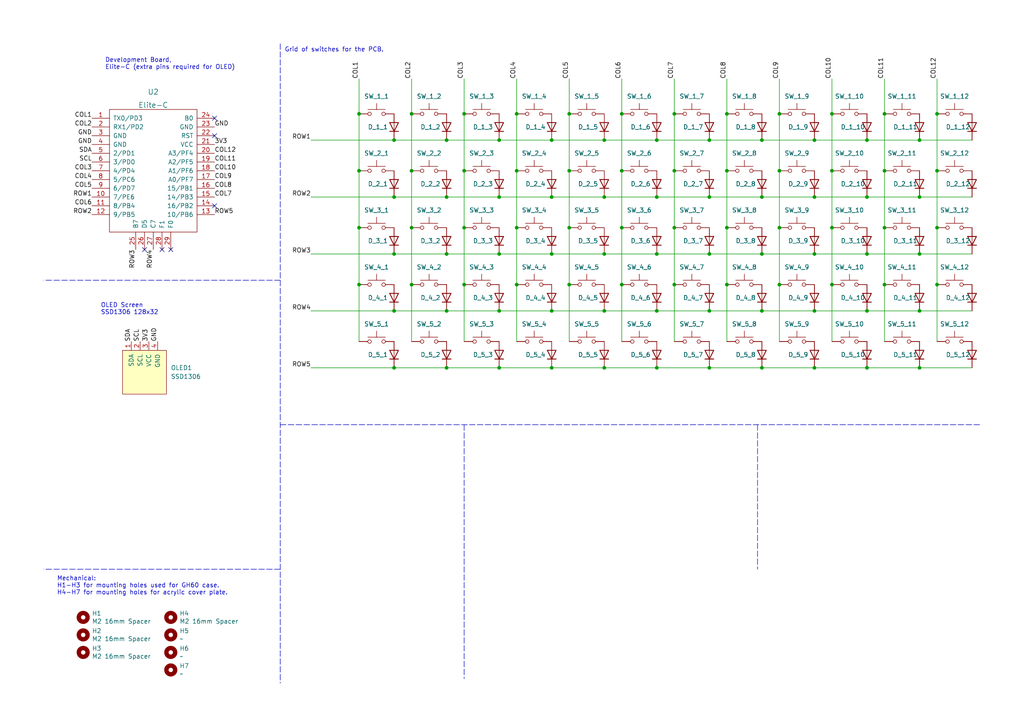
<source format=kicad_sch>
(kicad_sch (version 20211123) (generator eeschema)
  (paper "A4")
  (title_block (title "T-1: Lumberelite") (date "2022-02-27") (rev "2022.2") (company "Tony Jeffree (github.com/tjeffree)") (comment 1 "Feature: 1x Elite-C 1x OLED") (comment 2 "Keyboard PCB; 12x5 matrix."))
  (lib_symbols
    (symbol "Device:D" (pin_numbers hide) (pin_names (offset 1.016) hide)
      (property "Reference" "D" (at 0 2.54 0))
      (property "Value" "D" (at 0 -2.54 0))
      (symbol "D_0_1"
        (polyline (pts (xy -1.27 1.27) (xy -1.27 -1.27)) (stroke (width 0.254)))
        (polyline (pts (xy 1.27 0) (xy -1.27 0)))
        (polyline (pts (xy 1.27 1.27) (xy 1.27 -1.27) (xy -1.27 0) (xy 1.27 1.27)) (stroke (width 0.254)))
      )
      (symbol "D_1_1"
        (pin passive line (at -3.81 0 0) (length 2.54) (name "K") (number "1"))
        (pin passive line (at 3.81 0 180) (length 2.54) (name "A") (number "2"))
      )
    )
    (symbol "Mechanical:MountingHole" (pin_names (offset 1.016))
      (property "Reference" "H" (at 0 5.08 0))
      (property "Value" "MountingHole" (at 0 3.175 0))
      (symbol "MountingHole_0_1"
        (circle (center 0 0) (radius 1.27) (stroke (width 1.27)))
      )
    )
    (symbol "Switch:SW_Push" (pin_numbers hide) (pin_names (offset 1.016) hide)
      (property "Reference" "SW" (at 1.27 2.54 0))
      (property "Value" "SW_Push" (at 0 -1.524 0))
      (symbol "SW_Push_0_1"
        (circle (center -2.032 0) (radius 0.508))
        (polyline (pts (xy 0 1.27) (xy 0 3.048)))
        (polyline (pts (xy 2.54 1.27) (xy -2.54 1.27)))
        (circle (center 2.032 0) (radius 0.508))
        (pin passive line (at -5.08 0 0) (length 2.54) (name "1") (number "1"))
        (pin passive line (at 5.08 0 180) (length 2.54) (name "2") (number "2"))
      )
    )
    (symbol "keebio:Elite-C" (pin_names (offset 1.016))
      (property "Reference" "U" (at 0 0 0))
      (property "Value" "Elite-C" (at 0 2.54 0))
      (symbol "Elite-C_0_1"
        (rectangle (start 12.7 -19.05) (end -12.7 16.51))
      )
      (symbol "Elite-C_1_1"
        (pin input line (at -17.78 13.97 0) (length 5.08) (name "TX0/PD3") (number "1"))
        (pin input line (at -17.78 -8.89 0) (length 5.08) (name "7/PE6") (number "10"))
        (pin input line (at -17.78 -11.43 0) (length 5.08) (name "8/PB4") (number "11"))
        (pin input line (at -17.78 -13.97 0) (length 5.08) (name "9/PB5") (number "12"))
        (pin input line (at 17.78 -13.97 180) (length 5.08) (name "10/PB6") (number "13"))
        (pin input line (at 17.78 -11.43 180) (length 5.08) (name "16/PB2") (number "14"))
        (pin input line (at 17.78 -8.89 180) (length 5.08) (name "14/PB3") (number "15"))
        (pin input line (at 17.78 -6.35 180) (length 5.08) (name "15/PB1") (number "16"))
        (pin input line (at 17.78 -3.81 180) (length 5.08) (name "A0/PF7") (number "17"))
        (pin input line (at 17.78 -1.27 180) (length 5.08) (name "A1/PF6") (number "18"))
        (pin input line (at 17.78 1.27 180) (length 5.08) (name "A2/PF5") (number "19"))
        (pin input line (at -17.78 11.43 0) (length 5.08) (name "RX1/PD2") (number "2"))
        (pin input line (at 17.78 3.81 180) (length 5.08) (name "A3/PF4") (number "20"))
        (pin input line (at 17.78 6.35 180) (length 5.08) (name "VCC") (number "21"))
        (pin input line (at 17.78 8.89 180) (length 5.08) (name "RST") (number "22"))
        (pin input line (at 17.78 11.43 180) (length 5.08) (name "GND") (number "23"))
        (pin input line (at 17.78 13.97 180) (length 5.08) (name "B0") (number "24"))
        (pin input line (at -5.08 -24.13 90) (length 5.08) (name "B7") (number "25"))
        (pin input line (at -2.54 -24.13 90) (length 5.08) (name "D5") (number "26"))
        (pin input line (at 0 -24.13 90) (length 5.08) (name "C7") (number "27"))
        (pin input line (at 2.54 -24.13 90) (length 5.08) (name "F1") (number "28"))
        (pin input line (at 5.08 -24.13 90) (length 5.08) (name "F0") (number "29"))
        (pin input line (at -17.78 8.89 0) (length 5.08) (name "GND") (number "3"))
        (pin input line (at -17.78 6.35 0) (length 5.08) (name "GND") (number "4"))
        (pin input line (at -17.78 3.81 0) (length 5.08) (name "2/PD1") (number "5"))
        (pin input line (at -17.78 1.27 0) (length 5.08) (name "3/PD0") (number "6"))
        (pin input line (at -17.78 -1.27 0) (length 5.08) (name "4/PD4") (number "7"))
        (pin input line (at -17.78 -3.81 0) (length 5.08) (name "5/PC6") (number "8"))
        (pin input line (at -17.78 -6.35 0) (length 5.08) (name "6/PD7") (number "9"))
      )
    )
    (symbol "ssd1306:SSD1306" (pin_names (offset 1.016))
      (property "Reference" "OLED1" (at 7.62 1.2701 0))
      (property "Value" "SSD1306" (at 7.62 -1.2699 0))
      (symbol "SSD1306_0_1"
        (rectangle (start -6.35 6.35) (end 6.35 -6.35) (fill (type background)))
      )
      (symbol "SSD1306_1_1"
        (pin input line (at -3.81 8.89 270) (length 2.54) (name "SDA") (number "1"))
        (pin input line (at -1.27 8.89 270) (length 2.54) (name "SCL") (number "2"))
        (pin input line (at 1.27 8.89 270) (length 2.54) (name "VCC") (number "3"))
        (pin input line (at 3.81 8.89 270) (length 2.54) (name "GND") (number "4"))
      )
    )
  )
  (junction (at 129.54 90.17))
  (junction (at 175.26 73.66))
  (junction (at 220.98 57.15))
  (junction (at 149.86 82.55))
  (junction (at 251.46 106.68))
  (junction (at 210.82 82.55))
  (junction (at 104.14 66.04))
  (junction (at 160.02 106.68))
  (junction (at 226.06 33.02))
  (junction (at 266.7 106.68))
  (junction (at 114.3 73.66))
  (junction (at 195.58 82.55))
  (junction (at 165.1 49.53))
  (junction (at 190.5 57.15))
  (junction (at 144.78 57.15))
  (junction (at 114.3 57.15))
  (junction (at 134.62 49.53))
  (junction (at 129.54 40.64))
  (junction (at 271.78 49.53))
  (junction (at 160.02 57.15))
  (junction (at 114.3 40.64))
  (junction (at 266.7 40.64))
  (junction (at 195.58 33.02))
  (junction (at 226.06 66.04))
  (junction (at 144.78 106.68))
  (junction (at 210.82 49.53))
  (junction (at 180.34 66.04))
  (junction (at 134.62 82.55))
  (junction (at 236.22 106.68))
  (junction (at 220.98 106.68))
  (junction (at 256.54 49.53))
  (junction (at 190.5 90.17))
  (junction (at 144.78 90.17))
  (junction (at 220.98 73.66))
  (junction (at 104.14 33.02))
  (junction (at 271.78 33.02))
  (junction (at 251.46 90.17))
  (junction (at 114.3 90.17))
  (junction (at 144.78 73.66))
  (junction (at 175.26 40.64))
  (junction (at 241.3 49.53))
  (junction (at 266.7 73.66))
  (junction (at 271.78 66.04))
  (junction (at 236.22 73.66))
  (junction (at 190.5 40.64))
  (junction (at 251.46 40.64))
  (junction (at 114.3 106.68))
  (junction (at 205.74 57.15))
  (junction (at 104.14 49.53))
  (junction (at 134.62 33.02))
  (junction (at 149.86 49.53))
  (junction (at 129.54 57.15))
  (junction (at 149.86 66.04))
  (junction (at 226.06 82.55))
  (junction (at 195.58 66.04))
  (junction (at 256.54 33.02))
  (junction (at 195.58 49.53))
  (junction (at 129.54 106.68))
  (junction (at 129.54 73.66))
  (junction (at 160.02 73.66))
  (junction (at 160.02 40.64))
  (junction (at 205.74 106.68))
  (junction (at 104.14 82.55))
  (junction (at 205.74 73.66))
  (junction (at 119.38 33.02))
  (junction (at 165.1 66.04))
  (junction (at 175.26 106.68))
  (junction (at 160.02 90.17))
  (junction (at 241.3 82.55))
  (junction (at 149.86 33.02))
  (junction (at 165.1 82.55))
  (junction (at 205.74 90.17))
  (junction (at 180.34 82.55))
  (junction (at 165.1 33.02))
  (junction (at 266.7 90.17))
  (junction (at 210.82 33.02))
  (junction (at 236.22 57.15))
  (junction (at 226.06 49.53))
  (junction (at 251.46 57.15))
  (junction (at 175.26 90.17))
  (junction (at 220.98 40.64))
  (junction (at 175.26 57.15))
  (junction (at 236.22 90.17))
  (junction (at 180.34 49.53))
  (junction (at 256.54 82.55))
  (junction (at 119.38 66.04))
  (junction (at 266.7 57.15))
  (junction (at 271.78 82.55))
  (junction (at 180.34 33.02))
  (junction (at 119.38 82.55))
  (junction (at 134.62 66.04))
  (junction (at 236.22 40.64))
  (junction (at 205.74 40.64))
  (junction (at 256.54 66.04))
  (junction (at 220.98 90.17))
  (junction (at 241.3 66.04))
  (junction (at 241.3 33.02))
  (junction (at 144.78 40.64))
  (junction (at 210.82 66.04))
  (junction (at 190.5 73.66))
  (junction (at 119.38 49.53))
  (junction (at 190.5 106.68))
  (junction (at 251.46 73.66))
  (no_connect (at 62.23 39.37))
  (no_connect (at 62.23 34.29))
  (no_connect (at 62.23 59.69))
  (no_connect (at 41.91 72.39))
  (no_connect (at 49.53 72.39))
  (no_connect (at 46.99 72.39))
  (wire (pts (xy 180.34 66.04) (xy 180.34 82.55)))
  (wire (pts (xy 266.7 57.15) (xy 281.94 57.15)))
  (wire (pts (xy 195.58 66.04) (xy 195.58 82.55)))
  (polyline (pts (xy 81.28 12.7) (xy 81.28 198.12)))
  (wire (pts (xy 160.02 106.68) (xy 144.78 106.68)))
  (wire (pts (xy 251.46 57.15) (xy 266.7 57.15)))
  (wire (pts (xy 104.14 82.55) (xy 104.14 99.06)))
  (wire (pts (xy 165.1 82.55) (xy 165.1 99.06)))
  (wire (pts (xy 175.26 106.68) (xy 190.5 106.68)))
  (wire (pts (xy 119.38 66.04) (xy 119.38 82.55)))
  (wire (pts (xy 281.94 106.68) (xy 266.7 106.68)))
  (wire (pts (xy 160.02 40.64) (xy 175.26 40.64)))
  (wire (pts (xy 241.3 66.04) (xy 241.3 82.55)))
  (wire (pts (xy 129.54 73.66) (xy 144.78 73.66)))
  (wire (pts (xy 180.34 49.53) (xy 180.34 66.04)))
  (wire (pts (xy 205.74 73.66) (xy 220.98 73.66)))
  (wire (pts (xy 241.3 22.86) (xy 241.3 33.02)))
  (wire (pts (xy 226.06 22.86) (xy 226.06 33.02)))
  (wire (pts (xy 256.54 82.55) (xy 256.54 99.06)))
  (wire (pts (xy 220.98 73.66) (xy 236.22 73.66)))
  (wire (pts (xy 251.46 73.66) (xy 236.22 73.66)))
  (wire (pts (xy 195.58 33.02) (xy 195.58 49.53)))
  (wire (pts (xy 149.86 82.55) (xy 149.86 99.06)))
  (wire (pts (xy 236.22 90.17) (xy 220.98 90.17)))
  (polyline (pts (xy 219.71 123.19) (xy 219.71 165.1)))
  (wire (pts (xy 104.14 33.02) (xy 104.14 49.53)))
  (wire (pts (xy 134.62 22.86) (xy 134.62 33.02)))
  (polyline (pts (xy 81.28 81.28) (xy 12.7 81.28)))
  (wire (pts (xy 160.02 73.66) (xy 175.26 73.66)))
  (wire (pts (xy 195.58 22.86) (xy 195.58 33.02)))
  (wire (pts (xy 104.14 49.53) (xy 104.14 66.04)))
  (wire (pts (xy 210.82 82.55) (xy 210.82 99.06)))
  (wire (pts (xy 144.78 106.68) (xy 129.54 106.68)))
  (wire (pts (xy 114.3 73.66) (xy 90.17 73.66)))
  (wire (pts (xy 144.78 73.66) (xy 160.02 73.66)))
  (wire (pts (xy 256.54 22.86) (xy 256.54 33.02)))
  (wire (pts (xy 119.38 33.02) (xy 119.38 49.53)))
  (wire (pts (xy 241.3 49.53) (xy 241.3 66.04)))
  (wire (pts (xy 144.78 90.17) (xy 129.54 90.17)))
  (wire (pts (xy 149.86 66.04) (xy 149.86 82.55)))
  (wire (pts (xy 271.78 66.04) (xy 271.78 82.55)))
  (wire (pts (xy 149.86 22.86) (xy 149.86 33.02)))
  (wire (pts (xy 210.82 66.04) (xy 210.82 82.55)))
  (wire (pts (xy 266.7 90.17) (xy 251.46 90.17)))
  (wire (pts (xy 165.1 22.86) (xy 165.1 33.02)))
  (wire (pts (xy 210.82 22.86) (xy 210.82 33.02)))
  (wire (pts (xy 236.22 40.64) (xy 251.46 40.64)))
  (wire (pts (xy 236.22 57.15) (xy 251.46 57.15)))
  (wire (pts (xy 271.78 22.86) (xy 271.78 33.02)))
  (wire (pts (xy 175.26 57.15) (xy 160.02 57.15)))
  (wire (pts (xy 129.54 40.64) (xy 144.78 40.64)))
  (wire (pts (xy 195.58 49.53) (xy 195.58 66.04)))
  (wire (pts (xy 190.5 40.64) (xy 175.26 40.64)))
  (wire (pts (xy 165.1 33.02) (xy 165.1 49.53)))
  (wire (pts (xy 256.54 49.53) (xy 256.54 66.04)))
  (wire (pts (xy 114.3 57.15) (xy 129.54 57.15)))
  (wire (pts (xy 114.3 73.66) (xy 129.54 73.66)))
  (wire (pts (xy 165.1 49.53) (xy 165.1 66.04)))
  (wire (pts (xy 160.02 90.17) (xy 144.78 90.17)))
  (wire (pts (xy 114.3 57.15) (xy 90.17 57.15)))
  (wire (pts (xy 175.26 106.68) (xy 160.02 106.68)))
  (wire (pts (xy 104.14 22.86) (xy 104.14 33.02)))
  (wire (pts (xy 114.3 90.17) (xy 90.17 90.17)))
  (wire (pts (xy 175.26 57.15) (xy 190.5 57.15)))
  (wire (pts (xy 149.86 33.02) (xy 149.86 49.53)))
  (wire (pts (xy 129.54 90.17) (xy 114.3 90.17)))
  (wire (pts (xy 134.62 82.55) (xy 134.62 99.06)))
  (wire (pts (xy 220.98 57.15) (xy 236.22 57.15)))
  (wire (pts (xy 205.74 90.17) (xy 190.5 90.17)))
  (wire (pts (xy 190.5 90.17) (xy 175.26 90.17)))
  (wire (pts (xy 114.3 106.68) (xy 90.17 106.68)))
  (wire (pts (xy 271.78 49.53) (xy 271.78 66.04)))
  (wire (pts (xy 241.3 33.02) (xy 241.3 49.53)))
  (wire (pts (xy 149.86 49.53) (xy 149.86 66.04)))
  (wire (pts (xy 210.82 33.02) (xy 210.82 49.53)))
  (wire (pts (xy 256.54 66.04) (xy 256.54 82.55)))
  (wire (pts (xy 114.3 40.64) (xy 90.17 40.64)))
  (wire (pts (xy 251.46 90.17) (xy 236.22 90.17)))
  (polyline (pts (xy 81.28 123.19) (xy 284.48 123.19)))
  (wire (pts (xy 190.5 73.66) (xy 205.74 73.66)))
  (wire (pts (xy 134.62 33.02) (xy 134.62 49.53)))
  (wire (pts (xy 119.38 22.86) (xy 119.38 33.02)))
  (wire (pts (xy 220.98 106.68) (xy 205.74 106.68)))
  (wire (pts (xy 190.5 57.15) (xy 205.74 57.15)))
  (wire (pts (xy 144.78 40.64) (xy 160.02 40.64)))
  (wire (pts (xy 104.14 66.04) (xy 104.14 82.55)))
  (wire (pts (xy 175.26 73.66) (xy 190.5 73.66)))
  (wire (pts (xy 144.78 57.15) (xy 160.02 57.15)))
  (wire (pts (xy 210.82 49.53) (xy 210.82 66.04)))
  (wire (pts (xy 271.78 33.02) (xy 271.78 49.53)))
  (wire (pts (xy 281.94 90.17) (xy 266.7 90.17)))
  (wire (pts (xy 251.46 106.68) (xy 236.22 106.68)))
  (wire (pts (xy 119.38 49.53) (xy 119.38 66.04)))
  (wire (pts (xy 134.62 66.04) (xy 134.62 82.55)))
  (wire (pts (xy 205.74 40.64) (xy 220.98 40.64)))
  (wire (pts (xy 226.06 49.53) (xy 226.06 66.04)))
  (wire (pts (xy 195.58 82.55) (xy 195.58 99.06)))
  (wire (pts (xy 220.98 90.17) (xy 205.74 90.17)))
  (wire (pts (xy 220.98 40.64) (xy 236.22 40.64)))
  (wire (pts (xy 226.06 82.55) (xy 226.06 99.06)))
  (wire (pts (xy 251.46 73.66) (xy 266.7 73.66)))
  (wire (pts (xy 281.94 73.66) (xy 266.7 73.66)))
  (wire (pts (xy 226.06 66.04) (xy 226.06 82.55)))
  (wire (pts (xy 205.74 106.68) (xy 190.5 106.68)))
  (wire (pts (xy 256.54 33.02) (xy 256.54 49.53)))
  (polyline (pts (xy 81.28 165.1) (xy 12.7 165.1)))
  (wire (pts (xy 114.3 40.64) (xy 129.54 40.64)))
  (wire (pts (xy 180.34 33.02) (xy 180.34 49.53)))
  (wire (pts (xy 241.3 82.55) (xy 241.3 99.06)))
  (polyline (pts (xy 134.62 123.19) (xy 134.62 196.85)))
  (wire (pts (xy 266.7 40.64) (xy 281.94 40.64)))
  (wire (pts (xy 271.78 82.55) (xy 271.78 99.06)))
  (wire (pts (xy 129.54 57.15) (xy 144.78 57.15)))
  (wire (pts (xy 180.34 82.55) (xy 180.34 99.06)))
  (wire (pts (xy 226.06 33.02) (xy 226.06 49.53)))
  (wire (pts (xy 165.1 66.04) (xy 165.1 82.55)))
  (wire (pts (xy 266.7 106.68) (xy 251.46 106.68)))
  (wire (pts (xy 119.38 82.55) (xy 119.38 99.06)))
  (wire (pts (xy 175.26 90.17) (xy 160.02 90.17)))
  (wire (pts (xy 180.34 22.86) (xy 180.34 33.02)))
  (wire (pts (xy 251.46 40.64) (xy 266.7 40.64)))
  (wire (pts (xy 190.5 40.64) (xy 205.74 40.64)))
  (wire (pts (xy 129.54 106.68) (xy 114.3 106.68)))
  (wire (pts (xy 205.74 57.15) (xy 220.98 57.15)))
  (wire (pts (xy 236.22 106.68) (xy 220.98 106.68)))
  (wire (pts (xy 134.62 49.53) (xy 134.62 66.04)))
  (text "Grid of switches for the PCB." (at 82.55 15.24 0) (effects (font (size 1.27 1.27)) (justify left bottom)))
  (text "OLED Screen\nSSD1306 128x32" (at 29.21 91.44 0) (effects (font (size 1.27 1.27)) (justify left bottom)))
  (text "Development Board,\nElite-C (extra pins required for OLED)" (at 30.48 20.32 0) (effects (font (size 1.27 1.27)) (justify left bottom)))
  (text "Mechanical:\nH1-H3 for mounting holes used for GH60 case.\nH4-H7 for mounting holes for acrylic cover plate." (at 16.51 172.72 0) (effects (font (size 1.27 1.27)) (justify left bottom)))
  (label "COL11" (at 62.23 46.99 0))
  (label "SCL" (at 40.64 99.06 90))
  (label "COL10" (at 62.23 49.53 0))
  (label "COL12" (at 62.23 44.45 0))
  (label "COL9" (at 226.06 22.86 90))
  (label "COL3" (at 26.67 49.53 180))
  (label "ROW3" (at 39.37 72.39 270))
  (label "COL6" (at 26.67 59.69 180))
  (label "GND" (at 26.67 41.91 180))
  (label "COL9" (at 62.23 52.07 0))
  (label "COL2" (at 26.67 36.83 180))
  (label "COL1" (at 104.14 22.86 90))
  (label "3V3" (at 43.18 99.06 90))
  (label "COL10" (at 241.3 22.86 90))
  (label "COL6" (at 180.34 22.86 90))
  (label "SCL" (at 26.67 46.99 180))
  (label "ROW4" (at 44.45 72.39 270))
  (label "SDA" (at 26.67 44.45 180))
  (label "ROW1" (at 26.67 57.15 180))
  (label "GND" (at 26.67 39.37 180))
  (label "GND" (at 45.72 99.06 90))
  (label "COL7" (at 195.58 22.86 90))
  (label "ROW1" (at 90.17 40.64 180))
  (label "GND" (at 62.23 36.83 0))
  (label "ROW5" (at 62.23 62.23 0))
  (label "COL12" (at 271.78 22.86 90))
  (label "COL8" (at 62.23 54.61 0))
  (label "3V3" (at 62.23 41.91 0))
  (label "COL3" (at 134.62 22.86 90))
  (label "ROW4" (at 90.17 90.17 180))
  (label "COL4" (at 26.67 52.07 180))
  (label "COL1" (at 26.67 34.29 180))
  (label "COL2" (at 119.38 22.86 90))
  (label "ROW3" (at 90.17 73.66 180))
  (label "COL4" (at 149.86 22.86 90))
  (label "ROW5" (at 90.17 106.68 180))
  (label "COL8" (at 210.82 22.86 90))
  (label "COL7" (at 62.23 57.15 0))
  (label "COL5" (at 26.67 54.61 180))
  (label "ROW2" (at 90.17 57.15 180))
  (label "SDA" (at 38.1 99.06 90))
  (label "ROW2" (at 26.67 62.23 180))
  (label "COL11" (at 256.54 22.86 90))
  (label "COL5" (at 165.1 22.86 90))
  (symbol (lib_id "Switch:SW_Push") (at 109.22 33.02 0) (unit 1)
    (property "Reference" "SW_1_1" (at 109.22 27.94 0))
    (property "Value" "MX-compatible or Kailh Choc v1" (effects hide))
    (property "Footprint" "ProjectLocal:SW_MX_PG1350_NoLed" (effects hide))
    (property "Description" "Mechanical Keyboard Switch" (effects hide))
  )
  (symbol (lib_id "Mechanical:MountingHole") (at 24.13 179.07 0) (unit 1)
    (property "Reference" "H1" (at 26.67 177.9016 0) (effects (justify left)))
    (property "Value" "M2 16mm Spacer" (at 26.67 180.213 0) (effects (justify left)))
    (property "Footprint" "MountingHole:MountingHole_2.2mm_M2_DIN965_Pad" (effects hide))
    (property "Description" "Acrylic Cover Mounting Hole" (effects hide))
  )
  (symbol (lib_id "Mechanical:MountingHole") (at 24.13 184.15 0) (unit 1)
    (property "Reference" "H2" (at 26.67 182.9816 0) (effects (justify left)))
    (property "Value" "M2 16mm Spacer" (at 26.67 185.293 0) (effects (justify left)))
    (property "Footprint" "MountingHole:MountingHole_2.2mm_M2_DIN965_Pad" (effects hide))
    (property "Description" "Acrylic Cover Mounting Hole" (effects hide))
  )
  (symbol (lib_id "Mechanical:MountingHole") (at 24.13 189.23 0) (unit 1)
    (property "Reference" "H3" (at 26.67 188.0616 0) (effects (justify left)))
    (property "Value" "M2 16mm Spacer" (at 26.67 190.373 0) (effects (justify left)))
    (property "Footprint" "MountingHole:MountingHole_2.2mm_M2_DIN965_Pad" (effects hide))
    (property "Description" "Acrylic Cover Mounting Hole" (effects hide))
  )
  (symbol (lib_id "Mechanical:MountingHole") (at 49.53 179.07 0) (unit 1)
    (property "Reference" "H4" (at 52.07 177.9016 0) (effects (justify left)))
    (property "Value" "M2 16mm Spacer" (at 52.07 180.213 0) (effects (justify left)))
    (property "Footprint" "MountingHole:MountingHole_2.2mm_M2_DIN965_Pad" (effects hide))
    (property "Description" "Acrylic Cover Mounting Hole" (effects hide))
  )
  (symbol (lib_id "Mechanical:MountingHole") (at 49.53 184.15 0) (unit 1)
    (property "Reference" "H5" (at 52.07 182.9816 0) (effects (justify left)))
    (property "Value" "~" (at 52.07 185.293 0) (effects (justify left)))
    (property "Footprint" "ProjectLocal:Bumpon_3M_F0502" (effects hide))
    (property "Description" "GH-60 Case Mounting Hole" (effects hide))
  )
  (symbol (lib_id "Mechanical:MountingHole") (at 49.53 189.23 0) (unit 1)
    (property "Reference" "H6" (at 52.07 188.0616 0) (effects (justify left)))
    (property "Value" "~" (at 52.07 190.373 0) (effects (justify left)))
    (property "Footprint" "Library:MountingHole_2.2mm_M2_elongated" (effects hide))
    (property "Description" "GH-60 Case Mounting Hole" (effects hide))
  )
  (symbol (lib_id "Mechanical:MountingHole") (at 49.53 194.31 0) (unit 1)
    (property "Reference" "H7" (at 52.07 193.1416 0) (effects (justify left)))
    (property "Value" "~" (at 52.07 195.453 0) (effects (justify left)))
    (property "Footprint" "Library:MountingHole_2.2mm_M2_elongated" (effects hide))
    (property "Description" "GH-60 Case Mounting Hole" (effects hide))
  )
  (symbol (lib_id "Device:D") (at 114.3 36.83 90) (unit 1)
    (property "Reference" "D_1_1" (at 106.68 36.83 90) (effects (justify right)))
    (property "Value" "1N4148" (effects hide))
    (property "Footprint" "Keebio-Parts:Diode-dual" (effects hide))
    (property "Description" "Diode (Through-hole or 0805)" (effects hide))
  )
  (symbol (lib_id "Switch:SW_Push") (at 124.46 33.02 0) (unit 1)
    (property "Reference" "SW_1_2" (at 124.46 27.94 0))
    (property "Value" "MX-compatible or Kailh Choc v1" (effects hide))
    (property "Footprint" "ProjectLocal:SW_MX_PG1350_NoLed" (effects hide))
    (property "Description" "Mechanical Keyboard Switch" (effects hide))
  )
  (symbol (lib_id "Device:D") (at 129.54 36.83 90) (unit 1)
    (property "Reference" "D_1_2" (at 121.92 36.83 90) (effects (justify right)))
    (property "Value" "1N4148" (effects hide))
    (property "Footprint" "Keebio-Parts:Diode-dual" (effects hide))
    (property "Description" "Diode (Through-hole or 0805)" (effects hide))
  )
  (symbol (lib_id "Switch:SW_Push") (at 139.7 33.02 0) (unit 1)
    (property "Reference" "SW_1_3" (at 139.7 27.94 0))
    (property "Value" "MX-compatible or Kailh Choc v1" (effects hide))
    (property "Footprint" "ProjectLocal:SW_MX_PG1350_NoLed" (effects hide))
    (property "Description" "Mechanical Keyboard Switch" (effects hide))
  )
  (symbol (lib_id "Switch:SW_Push") (at 154.94 33.02 0) (unit 1)
    (property "Reference" "SW_1_4" (at 154.94 27.94 0))
    (property "Value" "MX-compatible or Kailh Choc v1" (effects hide))
    (property "Footprint" "ProjectLocal:SW_MX_PG1350_NoLed" (effects hide))
    (property "Description" "Mechanical Keyboard Switch" (effects hide))
  )
  (symbol (lib_id "Switch:SW_Push") (at 170.18 33.02 0) (unit 1)
    (property "Reference" "SW_1_5" (at 170.18 27.94 0))
    (property "Value" "MX-compatible or Kailh Choc v1" (effects hide))
    (property "Footprint" "ProjectLocal:SW_MX_PG1350_NoLed" (effects hide))
    (property "Description" "Mechanical Keyboard Switch" (effects hide))
  )
  (symbol (lib_id "Switch:SW_Push") (at 185.42 33.02 0) (unit 1)
    (property "Reference" "SW_1_6" (at 185.42 27.94 0))
    (property "Value" "MX-compatible or Kailh Choc v1" (effects hide))
    (property "Footprint" "ProjectLocal:SW_MX_PG1350_NoLed" (effects hide))
    (property "Description" "Mechanical Keyboard Switch" (effects hide))
  )
  (symbol (lib_id "Switch:SW_Push") (at 200.66 33.02 0) (unit 1)
    (property "Reference" "SW_1_7" (at 200.66 27.94 0))
    (property "Value" "MX-compatible or Kailh Choc v1" (effects hide))
    (property "Footprint" "ProjectLocal:SW_MX_PG1350_NoLed" (effects hide))
    (property "Description" "Mechanical Keyboard Switch" (effects hide))
  )
  (symbol (lib_id "Switch:SW_Push") (at 215.9 33.02 0) (unit 1)
    (property "Reference" "SW_1_8" (at 215.9 27.94 0))
    (property "Value" "MX-compatible or Kailh Choc v1" (effects hide))
    (property "Footprint" "ProjectLocal:SW_MX_PG1350_NoLed" (effects hide))
    (property "Description" "Mechanical Keyboard Switch" (effects hide))
  )
  (symbol (lib_id "Switch:SW_Push") (at 231.14 33.02 0) (unit 1)
    (property "Reference" "SW_1_9" (at 231.14 27.94 0))
    (property "Value" "MX-compatible or Kailh Choc v1" (effects hide))
    (property "Footprint" "ProjectLocal:SW_MX_PG1350_NoLed" (effects hide))
    (property "Description" "Mechanical Keyboard Switch" (effects hide))
  )
  (symbol (lib_id "Switch:SW_Push") (at 246.38 33.02 0) (unit 1)
    (property "Reference" "SW_1_10" (at 246.38 27.94 0))
    (property "Value" "MX-compatible or Kailh Choc v1" (effects hide))
    (property "Footprint" "ProjectLocal:SW_MX_PG1350_NoLed" (effects hide))
    (property "Description" "Mechanical Keyboard Switch" (effects hide))
  )
  (symbol (lib_id "Switch:SW_Push") (at 261.62 33.02 0) (unit 1)
    (property "Reference" "SW_1_11" (at 261.62 27.94 0))
    (property "Value" "MX-compatible or Kailh Choc v1" (effects hide))
    (property "Footprint" "ProjectLocal:SW_MX_PG1350_NoLed" (effects hide))
    (property "Description" "Mechanical Keyboard Switch" (effects hide))
  )
  (symbol (lib_id "Switch:SW_Push") (at 276.86 33.02 0) (unit 1)
    (property "Reference" "SW_1_12" (at 276.86 27.94 0))
    (property "Value" "MX-compatible or Kailh Choc v1" (effects hide))
    (property "Footprint" "ProjectLocal:SW_MX_PG1350_NoLed" (effects hide))
    (property "Description" "Mechanical Keyboard Switch" (effects hide))
  )
  (symbol (lib_id "Switch:SW_Push") (at 109.22 49.53 0) (unit 1)
    (property "Reference" "SW_2_1" (at 109.22 44.45 0))
    (property "Value" "MX-compatible or Kailh Choc v1" (effects hide))
    (property "Footprint" "ProjectLocal:SW_MX_PG1350_NoLed" (effects hide))
    (property "Description" "Mechanical Keyboard Switch" (effects hide))
  )
  (symbol (lib_id "Device:D") (at 114.3 53.34 90) (unit 1)
    (property "Reference" "D_2_1" (at 106.68 53.34 90) (effects (justify right)))
    (property "Value" "1N4148" (effects hide))
    (property "Footprint" "Keebio-Parts:Diode-dual" (effects hide))
    (property "Description" "Diode (Through-hole or 0805)" (effects hide))
  )
  (symbol (lib_id "Switch:SW_Push") (at 109.22 66.04 0) (unit 1)
    (property "Reference" "SW_3_1" (at 109.22 60.96 0))
    (property "Value" "MX-compatible or Kailh Choc v1" (effects hide))
    (property "Footprint" "ProjectLocal:SW_MX_PG1350_NoLed" (effects hide))
    (property "Description" "Mechanical Keyboard Switch" (effects hide))
  )
  (symbol (lib_id "Device:D") (at 114.3 69.85 90) (unit 1)
    (property "Reference" "D_3_1" (at 106.68 69.85 90) (effects (justify right)))
    (property "Value" "1N4148" (effects hide))
    (property "Footprint" "Keebio-Parts:Diode-dual" (effects hide))
    (property "Description" "Diode (Through-hole or 0805)" (effects hide))
  )
  (symbol (lib_id "Switch:SW_Push") (at 109.22 82.55 0) (unit 1)
    (property "Reference" "SW_4_1" (at 109.22 77.47 0))
    (property "Value" "MX-compatible or Kailh Choc v1" (effects hide))
    (property "Footprint" "ProjectLocal:SW_MX_PG1350_NoLed" (effects hide))
    (property "Description" "Mechanical Keyboard Switch" (effects hide))
  )
  (symbol (lib_id "Device:D") (at 114.3 86.36 90) (unit 1)
    (property "Reference" "D_4_1" (at 106.68 86.36 90) (effects (justify right)))
    (property "Value" "1N4148" (effects hide))
    (property "Footprint" "Keebio-Parts:Diode-dual" (effects hide))
    (property "Description" "Diode (Through-hole or 0805)" (effects hide))
  )
  (symbol (lib_id "Switch:SW_Push") (at 109.22 99.06 0) (unit 1)
    (property "Reference" "SW_5_1" (at 109.22 93.98 0))
    (property "Value" "MX-compatible or Kailh Choc v1" (effects hide))
    (property "Footprint" "ProjectLocal:SW_MX_PG1350_NoLed" (effects hide))
    (property "Description" "Mechanical Keyboard Switch" (effects hide))
  )
  (symbol (lib_id "Device:D") (at 114.3 102.87 90) (unit 1)
    (property "Reference" "D_5_1" (at 106.68 102.87 90) (effects (justify right)))
    (property "Value" "1N4148" (effects hide))
    (property "Footprint" "Keebio-Parts:Diode-dual" (effects hide))
    (property "Description" "Diode (Through-hole or 0805)" (effects hide))
  )
  (symbol (lib_id "Switch:SW_Push") (at 124.46 49.53 0) (unit 1)
    (property "Reference" "SW_2_2" (at 124.46 44.45 0))
    (property "Value" "MX-compatible or Kailh Choc v1" (effects hide))
    (property "Footprint" "ProjectLocal:SW_MX_PG1350_NoLed" (effects hide))
    (property "Description" "Mechanical Keyboard Switch" (effects hide))
  )
  (symbol (lib_id "Switch:SW_Push") (at 139.7 49.53 0) (unit 1)
    (property "Reference" "SW_2_3" (at 139.7 44.45 0))
    (property "Value" "MX-compatible or Kailh Choc v1" (effects hide))
    (property "Footprint" "ProjectLocal:SW_MX_PG1350_NoLed" (effects hide))
    (property "Description" "Mechanical Keyboard Switch" (effects hide))
  )
  (symbol (lib_id "Switch:SW_Push") (at 154.94 49.53 0) (unit 1)
    (property "Reference" "SW_2_4" (at 154.94 44.45 0))
    (property "Value" "MX-compatible or Kailh Choc v1" (effects hide))
    (property "Footprint" "ProjectLocal:SW_MX_PG1350_NoLed" (effects hide))
    (property "Description" "Mechanical Keyboard Switch" (effects hide))
  )
  (symbol (lib_id "Switch:SW_Push") (at 170.18 49.53 0) (unit 1)
    (property "Reference" "SW_2_5" (at 170.18 44.45 0))
    (property "Value" "MX-compatible or Kailh Choc v1" (effects hide))
    (property "Footprint" "ProjectLocal:SW_MX_PG1350_NoLed" (effects hide))
    (property "Description" "Mechanical Keyboard Switch" (effects hide))
  )
  (symbol (lib_id "Switch:SW_Push") (at 185.42 49.53 0) (unit 1)
    (property "Reference" "SW_2_6" (at 185.42 44.45 0))
    (property "Value" "MX-compatible or Kailh Choc v1" (effects hide))
    (property "Footprint" "ProjectLocal:SW_MX_PG1350_NoLed" (effects hide))
    (property "Description" "Mechanical Keyboard Switch" (effects hide))
  )
  (symbol (lib_id "Switch:SW_Push") (at 200.66 49.53 0) (unit 1)
    (property "Reference" "SW_2_7" (at 200.66 44.45 0))
    (property "Value" "MX-compatible or Kailh Choc v1" (effects hide))
    (property "Footprint" "ProjectLocal:SW_MX_PG1350_NoLed" (effects hide))
    (property "Description" "Mechanical Keyboard Switch" (effects hide))
  )
  (symbol (lib_id "Switch:SW_Push") (at 215.9 49.53 0) (unit 1)
    (property "Reference" "SW_2_8" (at 215.9 44.45 0))
    (property "Value" "MX-compatible or Kailh Choc v1" (effects hide))
    (property "Footprint" "ProjectLocal:SW_MX_PG1350_NoLed" (effects hide))
    (property "Description" "Mechanical Keyboard Switch" (effects hide))
  )
  (symbol (lib_id "Switch:SW_Push") (at 231.14 49.53 0) (unit 1)
    (property "Reference" "SW_2_9" (at 231.14 44.45 0))
    (property "Value" "MX-compatible or Kailh Choc v1" (effects hide))
    (property "Footprint" "ProjectLocal:SW_MX_PG1350_NoLed" (effects hide))
    (property "Description" "Mechanical Keyboard Switch" (effects hide))
  )
  (symbol (lib_id "Switch:SW_Push") (at 246.38 49.53 0) (unit 1)
    (property "Reference" "SW_2_10" (at 246.38 44.45 0))
    (property "Value" "MX-compatible or Kailh Choc v1" (effects hide))
    (property "Footprint" "ProjectLocal:SW_MX_PG1350_NoLed" (effects hide))
    (property "Description" "Mechanical Keyboard Switch" (effects hide))
  )
  (symbol (lib_id "Switch:SW_Push") (at 261.62 49.53 0) (unit 1)
    (property "Reference" "SW_2_11" (at 261.62 44.45 0))
    (property "Value" "MX-compatible or Kailh Choc v1" (effects hide))
    (property "Footprint" "ProjectLocal:SW_MX_PG1350_NoLed" (effects hide))
    (property "Description" "Mechanical Keyboard Switch" (effects hide))
  )
  (symbol (lib_id "Switch:SW_Push") (at 276.86 49.53 0) (unit 1)
    (property "Reference" "SW_2_12" (at 276.86 44.45 0))
    (property "Value" "MX-compatible or Kailh Choc v1" (effects hide))
    (property "Footprint" "ProjectLocal:SW_MX_PG1350_NoLed" (effects hide))
    (property "Description" "Mechanical Keyboard Switch" (effects hide))
  )
  (symbol (lib_id "Switch:SW_Push") (at 124.46 66.04 0) (unit 1)
    (property "Reference" "SW_3_2" (at 124.46 60.96 0))
    (property "Value" "MX-compatible or Kailh Choc v1" (effects hide))
    (property "Footprint" "ProjectLocal:SW_MX_PG1350_NoLed" (effects hide))
    (property "Description" "Mechanical Keyboard Switch" (effects hide))
  )
  (symbol (lib_id "Switch:SW_Push") (at 139.7 66.04 0) (unit 1)
    (property "Reference" "SW_3_3" (at 139.7 60.96 0))
    (property "Value" "MX-compatible or Kailh Choc v1" (effects hide))
    (property "Footprint" "ProjectLocal:SW_MX_PG1350_NoLed" (effects hide))
    (property "Description" "Mechanical Keyboard Switch" (effects hide))
  )
  (symbol (lib_id "Switch:SW_Push") (at 154.94 66.04 0) (unit 1)
    (property "Reference" "SW_3_4" (at 154.94 60.96 0))
    (property "Value" "MX-compatible or Kailh Choc v1" (effects hide))
    (property "Footprint" "ProjectLocal:SW_MX_PG1350_NoLed" (effects hide))
    (property "Description" "Mechanical Keyboard Switch" (effects hide))
  )
  (symbol (lib_id "Switch:SW_Push") (at 170.18 66.04 0) (unit 1)
    (property "Reference" "SW_3_5" (at 170.18 60.96 0))
    (property "Value" "MX-compatible or Kailh Choc v1" (effects hide))
    (property "Footprint" "ProjectLocal:SW_MX_PG1350_NoLed" (effects hide))
    (property "Description" "Mechanical Keyboard Switch" (effects hide))
  )
  (symbol (lib_id "Switch:SW_Push") (at 185.42 66.04 0) (unit 1)
    (property "Reference" "SW_3_6" (at 185.42 60.96 0))
    (property "Value" "MX-compatible or Kailh Choc v1" (effects hide))
    (property "Footprint" "ProjectLocal:SW_MX_PG1350_NoLed" (effects hide))
    (property "Description" "Mechanical Keyboard Switch" (effects hide))
  )
  (symbol (lib_id "Switch:SW_Push") (at 200.66 66.04 0) (unit 1)
    (property "Reference" "SW_3_7" (at 200.66 60.96 0))
    (property "Value" "MX-compatible or Kailh Choc v1" (effects hide))
    (property "Footprint" "ProjectLocal:SW_MX_PG1350_NoLed" (effects hide))
    (property "Description" "Mechanical Keyboard Switch" (effects hide))
  )
  (symbol (lib_id "Switch:SW_Push") (at 215.9 66.04 0) (unit 1)
    (property "Reference" "SW_3_8" (at 215.9 60.96 0))
    (property "Value" "MX-compatible or Kailh Choc v1" (effects hide))
    (property "Footprint" "ProjectLocal:SW_MX_PG1350_NoLed" (effects hide))
    (property "Description" "Mechanical Keyboard Switch" (effects hide))
  )
  (symbol (lib_id "Switch:SW_Push") (at 231.14 66.04 0) (unit 1)
    (property "Reference" "SW_3_9" (at 231.14 60.96 0))
    (property "Value" "MX-compatible or Kailh Choc v1" (effects hide))
    (property "Footprint" "ProjectLocal:SW_MX_PG1350_NoLed" (effects hide))
    (property "Description" "Mechanical Keyboard Switch" (effects hide))
  )
  (symbol (lib_id "Switch:SW_Push") (at 246.38 66.04 0) (unit 1)
    (property "Reference" "SW_3_10" (at 246.38 60.96 0))
    (property "Value" "MX-compatible or Kailh Choc v1" (effects hide))
    (property "Footprint" "ProjectLocal:SW_MX_PG1350_NoLed" (effects hide))
    (property "Description" "Mechanical Keyboard Switch" (effects hide))
  )
  (symbol (lib_id "Switch:SW_Push") (at 261.62 66.04 0) (unit 1)
    (property "Reference" "SW_3_11" (at 261.62 60.96 0))
    (property "Value" "MX-compatible or Kailh Choc v1" (effects hide))
    (property "Footprint" "ProjectLocal:SW_MX_PG1350_NoLed" (effects hide))
    (property "Description" "Mechanical Keyboard Switch" (effects hide))
  )
  (symbol (lib_id "Switch:SW_Push") (at 276.86 66.04 0) (unit 1)
    (property "Reference" "SW_3_12" (at 276.86 60.96 0))
    (property "Value" "MX-compatible or Kailh Choc v1" (effects hide))
    (property "Footprint" "ProjectLocal:SW_MX_PG1350_NoLed" (effects hide))
    (property "Description" "Mechanical Keyboard Switch" (effects hide))
  )
  (symbol (lib_id "Switch:SW_Push") (at 124.46 82.55 0) (unit 1)
    (property "Reference" "SW_4_2" (at 124.46 77.47 0))
    (property "Value" "MX-compatible or Kailh Choc v1" (effects hide))
    (property "Footprint" "ProjectLocal:SW_MX_PG1350_NoLed" (effects hide))
    (property "Description" "Mechanical Keyboard Switch" (effects hide))
  )
  (symbol (lib_id "Switch:SW_Push") (at 139.7 82.55 0) (unit 1)
    (property "Reference" "SW_4_3" (at 139.7 77.47 0))
    (property "Value" "MX-compatible or Kailh Choc v1" (effects hide))
    (property "Footprint" "ProjectLocal:SW_MX_PG1350_NoLed" (effects hide))
    (property "Description" "Mechanical Keyboard Switch" (effects hide))
  )
  (symbol (lib_id "Switch:SW_Push") (at 154.94 82.55 0) (unit 1)
    (property "Reference" "SW_4_4" (at 154.94 77.47 0))
    (property "Value" "MX-compatible or Kailh Choc v1" (effects hide))
    (property "Footprint" "ProjectLocal:SW_MX_PG1350_NoLed" (effects hide))
    (property "Description" "Mechanical Keyboard Switch" (effects hide))
  )
  (symbol (lib_id "Switch:SW_Push") (at 170.18 82.55 0) (unit 1)
    (property "Reference" "SW_4_5" (at 170.18 77.47 0))
    (property "Value" "MX-compatible or Kailh Choc v1" (effects hide))
    (property "Footprint" "ProjectLocal:SW_MX_PG1350_NoLed" (effects hide))
    (property "Description" "Mechanical Keyboard Switch" (effects hide))
  )
  (symbol (lib_id "Switch:SW_Push") (at 185.42 82.55 0) (unit 1)
    (property "Reference" "SW_4_6" (at 185.42 77.47 0))
    (property "Value" "MX-compatible or Kailh Choc v1" (effects hide))
    (property "Footprint" "ProjectLocal:SW_MX_PG1350_NoLed" (effects hide))
    (property "Description" "Mechanical Keyboard Switch" (effects hide))
  )
  (symbol (lib_id "Switch:SW_Push") (at 200.66 82.55 0) (unit 1)
    (property "Reference" "SW_4_7" (at 200.66 77.47 0))
    (property "Value" "MX-compatible or Kailh Choc v1" (effects hide))
    (property "Footprint" "ProjectLocal:SW_MX_PG1350_NoLed" (effects hide))
    (property "Description" "Mechanical Keyboard Switch" (effects hide))
  )
  (symbol (lib_id "Switch:SW_Push") (at 215.9 82.55 0) (unit 1)
    (property "Reference" "SW_4_8" (at 215.9 77.47 0))
    (property "Value" "MX-compatible or Kailh Choc v1" (effects hide))
    (property "Footprint" "ProjectLocal:SW_MX_PG1350_NoLed" (effects hide))
    (property "Description" "Mechanical Keyboard Switch" (effects hide))
  )
  (symbol (lib_id "Switch:SW_Push") (at 231.14 82.55 0) (unit 1)
    (property "Reference" "SW_4_9" (at 231.14 77.47 0))
    (property "Value" "MX-compatible or Kailh Choc v1" (effects hide))
    (property "Footprint" "ProjectLocal:SW_MX_PG1350_NoLed" (effects hide))
    (property "Description" "Mechanical Keyboard Switch" (effects hide))
  )
  (symbol (lib_id "Switch:SW_Push") (at 246.38 82.55 0) (unit 1)
    (property "Reference" "SW_4_10" (at 246.38 77.47 0))
    (property "Value" "MX-compatible or Kailh Choc v1" (effects hide))
    (property "Footprint" "ProjectLocal:SW_MX_PG1350_NoLed" (effects hide))
    (property "Description" "Mechanical Keyboard Switch" (effects hide))
  )
  (symbol (lib_id "Switch:SW_Push") (at 261.62 82.55 0) (unit 1)
    (property "Reference" "SW_4_11" (at 261.62 77.47 0))
    (property "Value" "MX-compatible or Kailh Choc v1" (effects hide))
    (property "Footprint" "ProjectLocal:SW_MX_PG1350_NoLed" (effects hide))
    (property "Description" "Mechanical Keyboard Switch" (effects hide))
  )
  (symbol (lib_id "Switch:SW_Push") (at 276.86 82.55 0) (unit 1)
    (property "Reference" "SW_4_12" (at 276.86 77.47 0))
    (property "Value" "MX-compatible or Kailh Choc v1" (effects hide))
    (property "Footprint" "ProjectLocal:SW_MX_PG1350_NoLed" (effects hide))
    (property "Description" "Mechanical Keyboard Switch" (effects hide))
  )
  (symbol (lib_id "Switch:SW_Push") (at 124.46 99.06 0) (unit 1)
    (property "Reference" "SW_5_2" (at 124.46 93.98 0))
    (property "Value" "MX-compatible or Kailh Choc v1" (effects hide))
    (property "Footprint" "ProjectLocal:SW_MX_PG1350_NoLed" (effects hide))
    (property "Description" "Mechanical Keyboard Switch" (effects hide))
  )
  (symbol (lib_id "Switch:SW_Push") (at 139.7 99.06 0) (unit 1)
    (property "Reference" "SW_5_3" (at 139.7 93.98 0))
    (property "Value" "MX-compatible or Kailh Choc v1" (effects hide))
    (property "Footprint" "ProjectLocal:SW_MX_PG1350_NoLed" (effects hide))
    (property "Description" "Mechanical Keyboard Switch" (effects hide))
  )
  (symbol (lib_id "Switch:SW_Push") (at 154.94 99.06 0) (unit 1)
    (property "Reference" "SW_5_4" (at 154.94 93.98 0))
    (property "Value" "MX-compatible or Kailh Choc v1" (effects hide))
    (property "Footprint" "ProjectLocal:SW_MX_PG1350_NoLed" (effects hide))
    (property "Description" "Mechanical Keyboard Switch" (effects hide))
  )
  (symbol (lib_id "Switch:SW_Push") (at 170.18 99.06 0) (unit 1)
    (property "Reference" "SW_5_5" (at 170.18 93.98 0))
    (property "Value" "MX-compatible or Kailh Choc v1" (effects hide))
    (property "Footprint" "ProjectLocal:SW_MX_PG1350_NoLed" (effects hide))
    (property "Description" "Mechanical Keyboard Switch" (effects hide))
  )
  (symbol (lib_id "Switch:SW_Push") (at 185.42 99.06 0) (unit 1)
    (property "Reference" "SW_5_6" (at 185.42 93.98 0))
    (property "Value" "MX-compatible or Kailh Choc v1" (effects hide))
    (property "Footprint" "ProjectLocal:SW_MX_PG1350_NoLed" (effects hide))
    (property "Description" "Mechanical Keyboard Switch" (effects hide))
  )
  (symbol (lib_id "Switch:SW_Push") (at 200.66 99.06 0) (unit 1)
    (property "Reference" "SW_5_7" (at 200.66 93.98 0))
    (property "Value" "MX-compatible or Kailh Choc v1" (effects hide))
    (property "Footprint" "ProjectLocal:SW_MX_PG1350_NoLed" (effects hide))
    (property "Description" "Mechanical Keyboard Switch" (effects hide))
  )
  (symbol (lib_id "Switch:SW_Push") (at 215.9 99.06 0) (unit 1)
    (property "Reference" "SW_5_8" (at 215.9 93.98 0))
    (property "Value" "MX-compatible or Kailh Choc v1" (effects hide))
    (property "Footprint" "ProjectLocal:SW_MX_PG1350_NoLed" (effects hide))
    (property "Description" "Mechanical Keyboard Switch" (effects hide))
  )
  (symbol (lib_id "Switch:SW_Push") (at 231.14 99.06 0) (unit 1)
    (property "Reference" "SW_5_9" (at 231.14 93.98 0))
    (property "Value" "MX-compatible or Kailh Choc v1" (effects hide))
    (property "Footprint" "ProjectLocal:SW_MX_PG1350_NoLed" (effects hide))
    (property "Description" "Mechanical Keyboard Switch" (effects hide))
  )
  (symbol (lib_id "Switch:SW_Push") (at 246.38 99.06 0) (unit 1)
    (property "Reference" "SW_5_10" (at 246.38 93.98 0))
    (property "Value" "MX-compatible or Kailh Choc v1" (effects hide))
    (property "Footprint" "ProjectLocal:SW_MX_PG1350_NoLed" (effects hide))
    (property "Description" "Mechanical Keyboard Switch" (effects hide))
  )
  (symbol (lib_id "Switch:SW_Push") (at 261.62 99.06 0) (unit 1)
    (property "Reference" "SW_5_11" (at 261.62 93.98 0))
    (property "Value" "MX-compatible or Kailh Choc v1" (effects hide))
    (property "Footprint" "ProjectLocal:SW_MX_PG1350_NoLed" (effects hide))
    (property "Description" "Mechanical Keyboard Switch" (effects hide))
  )
  (symbol (lib_id "Switch:SW_Push") (at 276.86 99.06 0) (unit 1)
    (property "Reference" "SW_5_12" (at 276.86 93.98 0))
    (property "Value" "MX-compatible or Kailh Choc v1" (effects hide))
    (property "Footprint" "ProjectLocal:SW_MX_PG1350_NoLed" (effects hide))
    (property "Description" "Mechanical Keyboard Switch" (effects hide))
  )
  (symbol (lib_id "Device:D") (at 144.78 36.83 90) (unit 1)
    (property "Reference" "D_1_3" (at 137.16 36.83 90) (effects (justify right)))
    (property "Value" "1N4148" (effects hide))
    (property "Footprint" "Keebio-Parts:Diode-dual" (effects hide))
    (property "Description" "Diode (Through-hole or 0805)" (effects hide))
  )
  (symbol (lib_id "Device:D") (at 160.02 36.83 90) (unit 1)
    (property "Reference" "D_1_4" (at 152.4 36.83 90) (effects (justify right)))
    (property "Value" "1N4148" (effects hide))
    (property "Footprint" "Keebio-Parts:Diode-dual" (effects hide))
    (property "Description" "Diode (Through-hole or 0805)" (effects hide))
  )
  (symbol (lib_id "Device:D") (at 175.26 36.83 90) (unit 1)
    (property "Reference" "D_1_5" (at 167.64 36.83 90) (effects (justify right)))
    (property "Value" "1N4148" (effects hide))
    (property "Footprint" "Keebio-Parts:Diode-dual" (effects hide))
    (property "Description" "Diode (Through-hole or 0805)" (effects hide))
  )
  (symbol (lib_id "Device:D") (at 190.5 36.83 90) (unit 1)
    (property "Reference" "D_1_6" (at 182.88 36.83 90) (effects (justify right)))
    (property "Value" "1N4148" (effects hide))
    (property "Footprint" "Keebio-Parts:Diode-dual" (effects hide))
    (property "Description" "Diode (Through-hole or 0805)" (effects hide))
  )
  (symbol (lib_id "Device:D") (at 205.74 36.83 90) (unit 1)
    (property "Reference" "D_1_7" (at 198.12 36.83 90) (effects (justify right)))
    (property "Value" "1N4148" (effects hide))
    (property "Footprint" "Keebio-Parts:Diode-dual" (effects hide))
    (property "Description" "Diode (Through-hole or 0805)" (effects hide))
  )
  (symbol (lib_id "Device:D") (at 220.98 36.83 90) (unit 1)
    (property "Reference" "D_1_8" (at 213.36 36.83 90) (effects (justify right)))
    (property "Value" "1N4148" (effects hide))
    (property "Footprint" "Keebio-Parts:Diode-dual" (effects hide))
    (property "Description" "Diode (Through-hole or 0805)" (effects hide))
  )
  (symbol (lib_id "Device:D") (at 236.22 36.83 90) (unit 1)
    (property "Reference" "D_1_9" (at 228.6 36.83 90) (effects (justify right)))
    (property "Value" "1N4148" (effects hide))
    (property "Footprint" "Keebio-Parts:Diode-dual" (effects hide))
    (property "Description" "Diode (Through-hole or 0805)" (effects hide))
  )
  (symbol (lib_id "Device:D") (at 251.46 36.83 90) (unit 1)
    (property "Reference" "D_1_10" (at 243.84 36.83 90) (effects (justify right)))
    (property "Value" "1N4148" (effects hide))
    (property "Footprint" "Keebio-Parts:Diode-dual" (effects hide))
    (property "Description" "Diode (Through-hole or 0805)" (effects hide))
  )
  (symbol (lib_id "Device:D") (at 266.7 36.83 90) (unit 1)
    (property "Reference" "D_1_11" (at 259.08 36.83 90) (effects (justify right)))
    (property "Value" "1N4148" (effects hide))
    (property "Footprint" "Keebio-Parts:Diode-dual" (effects hide))
    (property "Description" "Diode (Through-hole or 0805)" (effects hide))
  )
  (symbol (lib_id "Device:D") (at 281.94 36.83 90) (unit 1)
    (property "Reference" "D_1_12" (at 274.32 36.83 90) (effects (justify right)))
    (property "Value" "1N4148" (effects hide))
    (property "Footprint" "Keebio-Parts:Diode-dual" (effects hide))
    (property "Description" "Diode (Through-hole or 0805)" (effects hide))
  )
  (symbol (lib_id "Device:D") (at 190.5 53.34 90) (unit 1)
    (property "Reference" "D_2_6" (at 182.88 53.34 90) (effects (justify right)))
    (property "Value" "1N4148" (effects hide))
    (property "Footprint" "Keebio-Parts:Diode-dual" (effects hide))
    (property "Description" "Diode (Through-hole or 0805)" (effects hide))
  )
  (symbol (lib_id "Device:D") (at 190.5 69.85 90) (unit 1)
    (property "Reference" "D_3_6" (at 182.88 69.85 90) (effects (justify right)))
    (property "Value" "1N4148" (effects hide))
    (property "Footprint" "Keebio-Parts:Diode-dual" (effects hide))
    (property "Description" "Diode (Through-hole or 0805)" (effects hide))
  )
  (symbol (lib_id "Device:D") (at 190.5 86.36 90) (unit 1)
    (property "Reference" "D_4_6" (at 182.88 86.36 90) (effects (justify right)))
    (property "Value" "1N4148" (effects hide))
    (property "Footprint" "Keebio-Parts:Diode-dual" (effects hide))
    (property "Description" "Diode (Through-hole or 0805)" (effects hide))
  )
  (symbol (lib_id "Device:D") (at 129.54 102.87 90) (unit 1)
    (property "Reference" "D_5_2" (at 121.92 102.87 90) (effects (justify right)))
    (property "Value" "1N4148" (effects hide))
    (property "Footprint" "Keebio-Parts:Diode-dual" (effects hide))
    (property "Description" "Diode (Through-hole or 0805)" (effects hide))
  )
  (symbol (lib_id "Device:D") (at 144.78 102.87 90) (unit 1)
    (property "Reference" "D_5_3" (at 137.16 102.87 90) (effects (justify right)))
    (property "Value" "1N4148" (effects hide))
    (property "Footprint" "Keebio-Parts:Diode-dual" (effects hide))
    (property "Description" "Diode (Through-hole or 0805)" (effects hide))
  )
  (symbol (lib_id "Device:D") (at 160.02 102.87 90) (unit 1)
    (property "Reference" "D_5_4" (at 152.4 102.87 90) (effects (justify right)))
    (property "Value" "1N4148" (effects hide))
    (property "Footprint" "Keebio-Parts:Diode-dual" (effects hide))
    (property "Description" "Diode (Through-hole or 0805)" (effects hide))
  )
  (symbol (lib_id "Device:D") (at 175.26 102.87 90) (unit 1)
    (property "Reference" "D_5_5" (at 167.64 102.87 90) (effects (justify right)))
    (property "Value" "1N4148" (effects hide))
    (property "Footprint" "Keebio-Parts:Diode-dual" (effects hide))
    (property "Description" "Diode (Through-hole or 0805)" (effects hide))
  )
  (symbol (lib_id "Device:D") (at 190.5 102.87 90) (unit 1)
    (property "Reference" "D_5_6" (at 182.88 102.87 90) (effects (justify right)))
    (property "Value" "1N4148" (effects hide))
    (property "Footprint" "Keebio-Parts:Diode-dual" (effects hide))
    (property "Description" "Diode (Through-hole or 0805)" (effects hide))
  )
  (symbol (lib_id "Device:D") (at 205.74 53.34 90) (unit 1)
    (property "Reference" "D_2_7" (at 198.12 53.34 90) (effects (justify right)))
    (property "Value" "1N4148" (effects hide))
    (property "Footprint" "Keebio-Parts:Diode-dual" (effects hide))
    (property "Description" "Diode (Through-hole or 0805)" (effects hide))
  )
  (symbol (lib_id "Device:D") (at 220.98 53.34 90) (unit 1)
    (property "Reference" "D_2_8" (at 213.36 53.34 90) (effects (justify right)))
    (property "Value" "1N4148" (effects hide))
    (property "Footprint" "Keebio-Parts:Diode-dual" (effects hide))
    (property "Description" "Diode (Through-hole or 0805)" (effects hide))
  )
  (symbol (lib_id "Device:D") (at 236.22 53.34 90) (unit 1)
    (property "Reference" "D_2_9" (at 228.6 53.34 90) (effects (justify right)))
    (property "Value" "1N4148" (effects hide))
    (property "Footprint" "Keebio-Parts:Diode-dual" (effects hide))
    (property "Description" "Diode (Through-hole or 0805)" (effects hide))
  )
  (symbol (lib_id "Device:D") (at 251.46 53.34 90) (unit 1)
    (property "Reference" "D_2_10" (at 243.84 53.34 90) (effects (justify right)))
    (property "Value" "1N4148" (effects hide))
    (property "Footprint" "Keebio-Parts:Diode-dual" (effects hide))
    (property "Description" "Diode (Through-hole or 0805)" (effects hide))
  )
  (symbol (lib_id "Device:D") (at 266.7 53.34 90) (unit 1)
    (property "Reference" "D_2_11" (at 259.08 53.34 90) (effects (justify right)))
    (property "Value" "1N4148" (effects hide))
    (property "Footprint" "Keebio-Parts:Diode-dual" (effects hide))
    (property "Description" "Diode (Through-hole or 0805)" (effects hide))
  )
  (symbol (lib_id "Device:D") (at 281.94 53.34 90) (unit 1)
    (property "Reference" "D_2_12" (at 274.32 53.34 90) (effects (justify right)))
    (property "Value" "1N4148" (effects hide))
    (property "Footprint" "Keebio-Parts:Diode-dual" (effects hide))
    (property "Description" "Diode (Through-hole or 0805)" (effects hide))
  )
  (symbol (lib_id "Device:D") (at 205.74 69.85 90) (unit 1)
    (property "Reference" "D_3_7" (at 198.12 69.85 90) (effects (justify right)))
    (property "Value" "1N4148" (effects hide))
    (property "Footprint" "Keebio-Parts:Diode-dual" (effects hide))
    (property "Description" "Diode (Through-hole or 0805)" (effects hide))
  )
  (symbol (lib_id "Device:D") (at 220.98 69.85 90) (unit 1)
    (property "Reference" "D_3_8" (at 213.36 69.85 90) (effects (justify right)))
    (property "Value" "1N4148" (effects hide))
    (property "Footprint" "Keebio-Parts:Diode-dual" (effects hide))
    (property "Description" "Diode (Through-hole or 0805)" (effects hide))
  )
  (symbol (lib_id "Device:D") (at 236.22 69.85 90) (unit 1)
    (property "Reference" "D_3_9" (at 228.6 69.85 90) (effects (justify right)))
    (property "Value" "1N4148" (effects hide))
    (property "Footprint" "Keebio-Parts:Diode-dual" (effects hide))
    (property "Description" "Diode (Through-hole or 0805)" (effects hide))
  )
  (symbol (lib_id "Device:D") (at 251.46 69.85 90) (unit 1)
    (property "Reference" "D_3_10" (at 243.84 69.85 90) (effects (justify right)))
    (property "Value" "1N4148" (effects hide))
    (property "Footprint" "Keebio-Parts:Diode-dual" (effects hide))
    (property "Description" "Diode (Through-hole or 0805)" (effects hide))
  )
  (symbol (lib_id "Device:D") (at 266.7 69.85 90) (unit 1)
    (property "Reference" "D_3_11" (at 259.08 69.85 90) (effects (justify right)))
    (property "Value" "1N4148" (effects hide))
    (property "Footprint" "Keebio-Parts:Diode-dual" (effects hide))
    (property "Description" "Diode (Through-hole or 0805)" (effects hide))
  )
  (symbol (lib_id "Device:D") (at 281.94 69.85 90) (unit 1)
    (property "Reference" "D_3_12" (at 274.32 69.85 90) (effects (justify right)))
    (property "Value" "1N4148" (effects hide))
    (property "Footprint" "Keebio-Parts:Diode-dual" (effects hide))
    (property "Description" "Diode (Through-hole or 0805)" (effects hide))
  )
  (symbol (lib_id "Device:D") (at 205.74 86.36 90) (unit 1)
    (property "Reference" "D_4_7" (at 198.12 86.36 90) (effects (justify right)))
    (property "Value" "1N4148" (effects hide))
    (property "Footprint" "Keebio-Parts:Diode-dual" (effects hide))
    (property "Description" "Diode (Through-hole or 0805)" (effects hide))
  )
  (symbol (lib_id "Device:D") (at 220.98 86.36 90) (unit 1)
    (property "Reference" "D_4_8" (at 213.36 86.36 90) (effects (justify right)))
    (property "Value" "1N4148" (effects hide))
    (property "Footprint" "Keebio-Parts:Diode-dual" (effects hide))
    (property "Description" "Diode (Through-hole or 0805)" (effects hide))
  )
  (symbol (lib_id "Device:D") (at 236.22 86.36 90) (unit 1)
    (property "Reference" "D_4_9" (at 228.6 86.36 90) (effects (justify right)))
    (property "Value" "1N4148" (effects hide))
    (property "Footprint" "Keebio-Parts:Diode-dual" (effects hide))
    (property "Description" "Diode (Through-hole or 0805)" (effects hide))
  )
  (symbol (lib_id "Device:D") (at 251.46 86.36 90) (unit 1)
    (property "Reference" "D_4_10" (at 243.84 86.36 90) (effects (justify right)))
    (property "Value" "1N4148" (effects hide))
    (property "Footprint" "Keebio-Parts:Diode-dual" (effects hide))
    (property "Description" "Diode (Through-hole or 0805)" (effects hide))
  )
  (symbol (lib_id "Device:D") (at 266.7 86.36 90) (unit 1)
    (property "Reference" "D_4_11" (at 259.08 86.36 90) (effects (justify right)))
    (property "Value" "1N4148" (effects hide))
    (property "Footprint" "Keebio-Parts:Diode-dual" (effects hide))
    (property "Description" "Diode (Through-hole or 0805)" (effects hide))
  )
  (symbol (lib_id "Device:D") (at 281.94 86.36 90) (unit 1)
    (property "Reference" "D_4_12" (at 274.32 86.36 90) (effects (justify right)))
    (property "Value" "1N4148" (effects hide))
    (property "Footprint" "Keebio-Parts:Diode-dual" (effects hide))
    (property "Description" "Diode (Through-hole or 0805)" (effects hide))
  )
  (symbol (lib_id "Device:D") (at 205.74 102.87 90) (unit 1)
    (property "Reference" "D_5_7" (at 198.12 102.87 90) (effects (justify right)))
    (property "Value" "1N4148" (effects hide))
    (property "Footprint" "Keebio-Parts:Diode-dual" (effects hide))
    (property "Description" "Diode (Through-hole or 0805)" (effects hide))
  )
  (symbol (lib_id "Device:D") (at 220.98 102.87 90) (unit 1)
    (property "Reference" "D_5_8" (at 213.36 102.87 90) (effects (justify right)))
    (property "Value" "1N4148" (effects hide))
    (property "Footprint" "Keebio-Parts:Diode-dual" (effects hide))
    (property "Description" "Diode (Through-hole or 0805)" (effects hide))
  )
  (symbol (lib_id "Device:D") (at 236.22 102.87 90) (unit 1)
    (property "Reference" "D_5_9" (at 228.6 102.87 90) (effects (justify right)))
    (property "Value" "1N4148" (effects hide))
    (property "Footprint" "Keebio-Parts:Diode-dual" (effects hide))
    (property "Description" "Diode (Through-hole or 0805)" (effects hide))
  )
  (symbol (lib_id "Device:D") (at 251.46 102.87 90) (unit 1)
    (property "Reference" "D_5_10" (at 243.84 102.87 90) (effects (justify right)))
    (property "Value" "1N4148" (effects hide))
    (property "Footprint" "Keebio-Parts:Diode-dual" (effects hide))
    (property "Description" "Diode (Through-hole or 0805)" (effects hide))
  )
  (symbol (lib_id "Device:D") (at 266.7 102.87 90) (unit 1)
    (property "Reference" "D_5_11" (at 259.08 102.87 90) (effects (justify right)))
    (property "Value" "1N4148" (effects hide))
    (property "Footprint" "Keebio-Parts:Diode-dual" (effects hide))
    (property "Description" "Diode (Through-hole or 0805)" (effects hide))
  )
  (symbol (lib_id "Device:D") (at 281.94 102.87 90) (unit 1)
    (property "Reference" "D_5_12" (at 274.32 102.87 90) (effects (justify right)))
    (property "Value" "1N4148" (effects hide))
    (property "Footprint" "Keebio-Parts:Diode-dual" (effects hide))
    (property "Description" "Diode (Through-hole or 0805)" (effects hide))
  )
  (symbol (lib_id "Device:D") (at 129.54 53.34 90) (unit 1)
    (property "Reference" "D_2_2" (at 121.92 53.34 90) (effects (justify right)))
    (property "Value" "1N4148" (effects hide))
    (property "Footprint" "Keebio-Parts:Diode-dual" (effects hide))
    (property "Description" "Diode (Through-hole or 0805)" (effects hide))
  )
  (symbol (lib_id "Device:D") (at 144.78 53.34 90) (unit 1)
    (property "Reference" "D_2_3" (at 137.16 53.34 90) (effects (justify right)))
    (property "Value" "1N4148" (effects hide))
    (property "Footprint" "Keebio-Parts:Diode-dual" (effects hide))
    (property "Description" "Diode (Through-hole or 0805)" (effects hide))
  )
  (symbol (lib_id "Device:D") (at 160.02 53.34 90) (unit 1)
    (property "Reference" "D_2_4" (at 152.4 53.34 90) (effects (justify right)))
    (property "Value" "1N4148" (effects hide))
    (property "Footprint" "Keebio-Parts:Diode-dual" (effects hide))
    (property "Description" "Diode (Through-hole or 0805)" (effects hide))
  )
  (symbol (lib_id "Device:D") (at 175.26 53.34 90) (unit 1)
    (property "Reference" "D_2_5" (at 167.64 53.34 90) (effects (justify right)))
    (property "Value" "1N4148" (effects hide))
    (property "Footprint" "Keebio-Parts:Diode-dual" (effects hide))
    (property "Description" "Diode (Through-hole or 0805)" (effects hide))
  )
  (symbol (lib_id "Device:D") (at 129.54 69.85 90) (unit 1)
    (property "Reference" "D_3_2" (at 121.92 69.85 90) (effects (justify right)))
    (property "Value" "1N4148" (effects hide))
    (property "Footprint" "Keebio-Parts:Diode-dual" (effects hide))
    (property "Description" "Diode (Through-hole or 0805)" (effects hide))
  )
  (symbol (lib_id "Device:D") (at 144.78 69.85 90) (unit 1)
    (property "Reference" "D_3_3" (at 137.16 69.85 90) (effects (justify right)))
    (property "Value" "1N4148" (effects hide))
    (property "Footprint" "Keebio-Parts:Diode-dual" (effects hide))
    (property "Description" "Diode (Through-hole or 0805)" (effects hide))
  )
  (symbol (lib_id "Device:D") (at 160.02 69.85 90) (unit 1)
    (property "Reference" "D_3_4" (at 152.4 69.85 90) (effects (justify right)))
    (property "Value" "1N4148" (effects hide))
    (property "Footprint" "Keebio-Parts:Diode-dual" (effects hide))
    (property "Description" "Diode (Through-hole or 0805)" (effects hide))
  )
  (symbol (lib_id "Device:D") (at 175.26 69.85 90) (unit 1)
    (property "Reference" "D_3_5" (at 167.64 69.85 90) (effects (justify right)))
    (property "Value" "1N4148" (effects hide))
    (property "Footprint" "Keebio-Parts:Diode-dual" (effects hide))
    (property "Description" "Diode (Through-hole or 0805)" (effects hide))
  )
  (symbol (lib_id "Device:D") (at 129.54 86.36 90) (unit 1)
    (property "Reference" "D_4_2" (at 121.92 86.36 90) (effects (justify right)))
    (property "Value" "1N4148" (effects hide))
    (property "Footprint" "Keebio-Parts:Diode-dual" (effects hide))
    (property "Description" "Diode (Through-hole or 0805)" (effects hide))
  )
  (symbol (lib_id "Device:D") (at 144.78 86.36 90) (unit 1)
    (property "Reference" "D_4_3" (at 137.16 86.36 90) (effects (justify right)))
    (property "Value" "1N4148" (effects hide))
    (property "Footprint" "Keebio-Parts:Diode-dual" (effects hide))
    (property "Description" "Diode (Through-hole or 0805)" (effects hide))
  )
  (symbol (lib_id "Device:D") (at 160.02 86.36 90) (unit 1)
    (property "Reference" "D_4_4" (at 152.4 86.36 90) (effects (justify right)))
    (property "Value" "1N4148" (effects hide))
    (property "Footprint" "Keebio-Parts:Diode-dual" (effects hide))
    (property "Description" "Diode (Through-hole or 0805)" (effects hide))
  )
  (symbol (lib_id "Device:D") (at 175.26 86.36 90) (unit 1)
    (property "Reference" "D_4_5" (at 167.64 86.36 90) (effects (justify right)))
    (property "Value" "1N4148" (effects hide))
    (property "Footprint" "Keebio-Parts:Diode-dual" (effects hide))
    (property "Description" "Diode (Through-hole or 0805)" (effects hide))
  )
  (symbol (lib_id "keebio:Elite-C") (at 44.45 48.26 0) (unit 1)
    (property "Reference" "U2" (at 44.45 26.67 0) (effects (font (size 1.524 1.524))))
    (property "Value" "Elite-C" (at 44.45 30.48 0) (effects (font (size 1.524 1.524))))
    (property "Footprint" "Keebio-Parts:Elite-C-ZigZag" (effects hide))
  )
  (symbol (lib_id "ssd1306:SSD1306") (at 41.91 107.95 0) (unit 1)
    (property "Reference" "OLED1" (at 49.53 106.6799 0) (effects (justify left)))
    (property "Value" "SSD1306" (at 49.53 109.2199 0) (effects (justify left)))
    (property "Footprint" "KBD:OLED_v2" (effects hide))
  )
)
</source>
